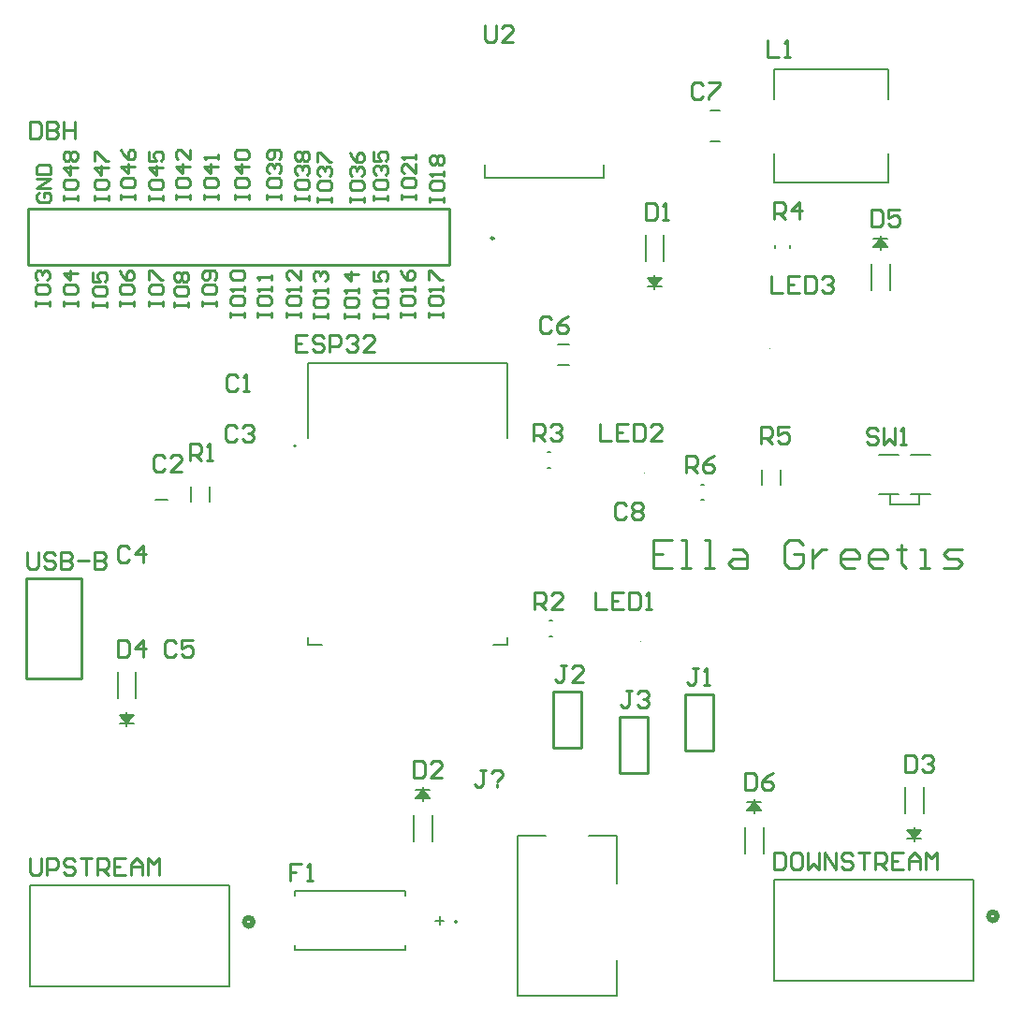
<source format=gbr>
G04*
G04 #@! TF.GenerationSoftware,Altium Limited,Altium Designer,25.3.3 (18)*
G04*
G04 Layer_Color=65535*
%FSLAX44Y44*%
%MOMM*%
G71*
G04*
G04 #@! TF.SameCoordinates,28098AB9-3807-4A49-8781-5BF9FE85299D*
G04*
G04*
G04 #@! TF.FilePolarity,Positive*
G04*
G01*
G75*
%ADD10C,0.5080*%
%ADD11C,0.2000*%
%ADD12C,0.2500*%
%ADD13C,0.1000*%
%ADD14C,0.1524*%
%ADD15C,0.2540*%
%ADD16C,0.1270*%
D10*
X213360Y69850D02*
G03*
X213360Y69850I-3810J0D01*
G01*
X886460Y74930D02*
G03*
X886460Y74930I-3810J0D01*
G01*
D11*
X397850Y69850D02*
G03*
X397850Y69850I-1000J0D01*
G01*
X252190Y500380D02*
G03*
X252190Y500380I-1000J0D01*
G01*
X125310Y452120D02*
X136310D01*
X788100Y738440D02*
Y765440D01*
X685100Y738440D02*
Y765440D01*
X788100Y814440D02*
Y841440D01*
X685100Y814440D02*
Y841440D01*
Y738440D02*
X788100D01*
X685100Y841440D02*
X788100D01*
X423500Y742840D02*
Y754840D01*
Y742840D02*
X530500D01*
Y754840D01*
X815640Y447260D02*
Y457260D01*
X789640Y447260D02*
X815640D01*
X789640D02*
Y457260D01*
X779140Y492260D02*
X797140D01*
X808140D02*
X826140D01*
X808140Y457260D02*
X826140D01*
X779140D02*
X797140D01*
D12*
X431150Y688340D02*
G03*
X431150Y688340I-1250J0D01*
G01*
D13*
X680900Y588800D02*
G03*
X680900Y588800I-500J0D01*
G01*
X564060Y323530D02*
G03*
X564060Y323530I-500J0D01*
G01*
X567870Y475930D02*
G03*
X567870Y475930I-500J0D01*
G01*
D14*
X251079Y44704D02*
Y48743D01*
X378587Y71120D02*
X386207D01*
X382397Y67310D02*
Y74930D01*
X251079Y97536D02*
X350901D01*
X251079Y93497D02*
Y97536D01*
Y44704D02*
X350901D01*
Y48743D01*
Y93497D02*
Y97536D01*
X666750Y168148D02*
Y180848D01*
X660400Y178308D02*
X673100D01*
X666750D02*
X673100Y170688D01*
X666750Y178308D02*
X671830Y170688D01*
X666750Y178308D02*
X670560Y170688D01*
X666750Y178308D02*
X669290Y170688D01*
X666750Y178308D02*
X668020Y170688D01*
X660400D02*
X666750Y178308D01*
X661670Y170688D02*
X666750Y178308D01*
X662940Y170688D02*
X666750Y178308D01*
X664210Y170688D02*
X666750Y178308D01*
X665480Y170688D02*
X666750Y178308D01*
X660400Y170688D02*
X673100D01*
X658495Y131699D02*
Y155321D01*
X675005Y131699D02*
Y155321D01*
X781050Y678243D02*
Y690944D01*
X774700Y688403D02*
X787400D01*
X781050D02*
X787400Y680783D01*
X781050Y688403D02*
X786130Y680783D01*
X781050Y688403D02*
X784860Y680783D01*
X781050Y688403D02*
X783590Y680783D01*
X781050Y688403D02*
X782320Y680783D01*
X774700D02*
X781050Y688403D01*
X775970Y680783D02*
X781050Y688403D01*
X777240Y680783D02*
X781050Y688403D01*
X778510Y680783D02*
X781050Y688403D01*
X779780Y680783D02*
X781050Y688403D01*
X774700Y680783D02*
X787400D01*
X772795Y641795D02*
Y665416D01*
X789305Y641795D02*
Y665416D01*
X99060Y247142D02*
Y259842D01*
X92710Y249682D02*
X105410D01*
X92710Y257302D02*
X99060Y249682D01*
X93980Y257302D02*
X99060Y249682D01*
X95250Y257302D02*
X99060Y249682D01*
X96520Y257302D02*
X99060Y249682D01*
X97790Y257302D02*
X99060Y249682D01*
X105410Y257302D01*
X99060Y249682D02*
X104140Y257302D01*
X99060Y249682D02*
X102870Y257302D01*
X99060Y249682D02*
X101600Y257302D01*
X99060Y249682D02*
X100330Y257302D01*
X92710D02*
X105410D01*
X107315Y272669D02*
Y296291D01*
X90805Y272669D02*
Y296291D01*
X811530Y143002D02*
Y155702D01*
X805180Y145542D02*
X817880D01*
X805180Y153162D02*
X811530Y145542D01*
X806450Y153162D02*
X811530Y145542D01*
X807720Y153162D02*
X811530Y145542D01*
X808990Y153162D02*
X811530Y145542D01*
X810260Y153162D02*
X811530Y145542D01*
X817880Y153162D01*
X811530Y145542D02*
X816610Y153162D01*
X811530Y145542D02*
X815340Y153162D01*
X811530Y145542D02*
X814070Y153162D01*
X811530Y145542D02*
X812800Y153162D01*
X805180D02*
X817880D01*
X819785Y168529D02*
Y192151D01*
X803275Y168529D02*
Y192151D01*
X367030Y179578D02*
Y192278D01*
X360680Y189738D02*
X373380D01*
X367030D02*
X373380Y182118D01*
X367030Y189738D02*
X372110Y182118D01*
X367030Y189738D02*
X370840Y182118D01*
X367030Y189738D02*
X369570Y182118D01*
X367030Y189738D02*
X368300Y182118D01*
X360680D02*
X367030Y189738D01*
X361950Y182118D02*
X367030Y189738D01*
X363220Y182118D02*
X367030Y189738D01*
X364490Y182118D02*
X367030Y189738D01*
X365760Y182118D02*
X367030Y189738D01*
X360680Y182118D02*
X373380D01*
X358775Y143129D02*
Y166751D01*
X375285Y143129D02*
Y166751D01*
X576580Y642112D02*
Y654812D01*
X570230Y644652D02*
X582930D01*
X570230Y652272D02*
X576580Y644652D01*
X571500Y652272D02*
X576580Y644652D01*
X572770Y652272D02*
X576580Y644652D01*
X574040Y652272D02*
X576580Y644652D01*
X575310Y652272D02*
X576580Y644652D01*
X582930Y652272D01*
X576580Y644652D02*
X581660Y652272D01*
X576580Y644652D02*
X580390Y652272D01*
X576580Y644652D02*
X579120Y652272D01*
X576580Y644652D02*
X577850Y652272D01*
X570230D02*
X582930D01*
X584835Y667639D02*
Y691261D01*
X568325Y667639D02*
Y691261D01*
X191770Y11430D02*
Y102870D01*
X11430Y11430D02*
X191770D01*
X11430D02*
Y102870D01*
X191770D01*
X864870Y16510D02*
Y107950D01*
X684530Y16510D02*
X864870D01*
X684530D02*
Y107950D01*
X864870D01*
D15*
X485140Y227330D02*
X510540D01*
X485140Y278130D02*
X510540D01*
X485140Y227330D02*
Y278130D01*
X510540Y227330D02*
Y278130D01*
X391160Y664210D02*
Y715010D01*
X10160Y664210D02*
Y715010D01*
X391160D01*
X10160Y664210D02*
X391160D01*
X7860Y380430D02*
X57860D01*
X7860Y290430D02*
X57860D01*
Y380430D01*
X7860Y290430D02*
Y380430D01*
X604520Y224790D02*
X629920D01*
X604520Y275590D02*
X629920D01*
X604520Y224790D02*
Y275590D01*
X629920Y224790D02*
Y275590D01*
X544830Y204470D02*
X570230D01*
X544830Y255270D02*
X570230D01*
X544830Y204470D02*
Y255270D01*
X570230Y204470D02*
Y255270D01*
X551181Y447038D02*
X548642Y449577D01*
X543563D01*
X541024Y447038D01*
Y436882D01*
X543563Y434342D01*
X548642D01*
X551181Y436882D01*
X556259Y447038D02*
X558798Y449577D01*
X563877D01*
X566416Y447038D01*
Y444499D01*
X563877Y441960D01*
X566416Y439421D01*
Y436882D01*
X563877Y434342D01*
X558798D01*
X556259Y436882D01*
Y439421D01*
X558798Y441960D01*
X556259Y444499D01*
Y447038D01*
X558798Y441960D02*
X563877D01*
X69854Y722630D02*
Y726862D01*
Y724746D01*
X82550D01*
Y722630D01*
Y726862D01*
X69854Y739558D02*
Y735326D01*
X71970Y733210D01*
X80434D01*
X82550Y735326D01*
Y739558D01*
X80434Y741674D01*
X71970D01*
X69854Y739558D01*
X82550Y752254D02*
X69854D01*
X76202Y745906D01*
Y754370D01*
X69854Y758602D02*
Y767066D01*
X71970D01*
X80434Y758602D01*
X82550D01*
X93984Y723900D02*
Y728132D01*
Y726016D01*
X106680D01*
Y723900D01*
Y728132D01*
X93984Y740828D02*
Y736596D01*
X96100Y734480D01*
X104564D01*
X106680Y736596D01*
Y740828D01*
X104564Y742944D01*
X96100D01*
X93984Y740828D01*
X106680Y753524D02*
X93984D01*
X100332Y747176D01*
Y755640D01*
X93984Y768336D02*
X96100Y764104D01*
X100332Y759872D01*
X104564D01*
X106680Y761988D01*
Y766220D01*
X104564Y768336D01*
X102448D01*
X100332Y766220D01*
Y759872D01*
X119384Y722630D02*
Y726862D01*
Y724746D01*
X132080D01*
Y722630D01*
Y726862D01*
X119384Y739558D02*
Y735326D01*
X121500Y733210D01*
X129964D01*
X132080Y735326D01*
Y739558D01*
X129964Y741674D01*
X121500D01*
X119384Y739558D01*
X132080Y752254D02*
X119384D01*
X125732Y745906D01*
Y754370D01*
X119384Y767066D02*
Y758602D01*
X125732D01*
X123616Y762834D01*
Y764950D01*
X125732Y767066D01*
X129964D01*
X132080Y764950D01*
Y760718D01*
X129964Y758602D01*
X143514Y723900D02*
Y728132D01*
Y726016D01*
X156210D01*
Y723900D01*
Y728132D01*
X143514Y740828D02*
Y736596D01*
X145630Y734480D01*
X154094D01*
X156210Y736596D01*
Y740828D01*
X154094Y742944D01*
X145630D01*
X143514Y740828D01*
X156210Y753524D02*
X143514D01*
X149862Y747176D01*
Y755640D01*
X156210Y768336D02*
Y759872D01*
X147746Y768336D01*
X145630D01*
X143514Y766220D01*
Y761988D01*
X145630Y759872D01*
X168914Y723900D02*
Y728132D01*
Y726016D01*
X181610D01*
Y723900D01*
Y728132D01*
X168914Y740828D02*
Y736596D01*
X171030Y734480D01*
X179494D01*
X181610Y736596D01*
Y740828D01*
X179494Y742944D01*
X171030D01*
X168914Y740828D01*
X181610Y753524D02*
X168914D01*
X175262Y747176D01*
Y755640D01*
X181610Y759872D02*
Y764104D01*
Y761988D01*
X168914D01*
X171030Y759872D01*
X196854Y723900D02*
Y728132D01*
Y726016D01*
X209550D01*
Y723900D01*
Y728132D01*
X196854Y740828D02*
Y736596D01*
X198970Y734480D01*
X207434D01*
X209550Y736596D01*
Y740828D01*
X207434Y742944D01*
X198970D01*
X196854Y740828D01*
X209550Y753524D02*
X196854D01*
X203202Y747176D01*
Y755640D01*
X198970Y759872D02*
X196854Y761988D01*
Y766220D01*
X198970Y768336D01*
X207434D01*
X209550Y766220D01*
Y761988D01*
X207434Y759872D01*
X198970D01*
X226064Y723900D02*
Y728132D01*
Y726016D01*
X238760D01*
Y723900D01*
Y728132D01*
X226064Y740828D02*
Y736596D01*
X228180Y734480D01*
X236644D01*
X238760Y736596D01*
Y740828D01*
X236644Y742944D01*
X228180D01*
X226064Y740828D01*
X228180Y747176D02*
X226064Y749292D01*
Y753524D01*
X228180Y755640D01*
X230296D01*
X232412Y753524D01*
Y751408D01*
Y753524D01*
X234528Y755640D01*
X236644D01*
X238760Y753524D01*
Y749292D01*
X236644Y747176D01*
Y759872D02*
X238760Y761988D01*
Y766220D01*
X236644Y768336D01*
X228180D01*
X226064Y766220D01*
Y761988D01*
X228180Y759872D01*
X230296D01*
X232412Y761988D01*
Y768336D01*
X251464Y722630D02*
Y726862D01*
Y724746D01*
X264160D01*
Y722630D01*
Y726862D01*
X251464Y739558D02*
Y735326D01*
X253580Y733210D01*
X262044D01*
X264160Y735326D01*
Y739558D01*
X262044Y741674D01*
X253580D01*
X251464Y739558D01*
X253580Y745906D02*
X251464Y748022D01*
Y752254D01*
X253580Y754370D01*
X255696D01*
X257812Y752254D01*
Y750138D01*
Y752254D01*
X259928Y754370D01*
X262044D01*
X264160Y752254D01*
Y748022D01*
X262044Y745906D01*
X253580Y758602D02*
X251464Y760718D01*
Y764950D01*
X253580Y767066D01*
X255696D01*
X257812Y764950D01*
X259928Y767066D01*
X262044D01*
X264160Y764950D01*
Y760718D01*
X262044Y758602D01*
X259928D01*
X257812Y760718D01*
X255696Y758602D01*
X253580D01*
X257812Y760718D02*
Y764950D01*
X271784Y721360D02*
Y725592D01*
Y723476D01*
X284480D01*
Y721360D01*
Y725592D01*
X271784Y738288D02*
Y734056D01*
X273900Y731940D01*
X282364D01*
X284480Y734056D01*
Y738288D01*
X282364Y740404D01*
X273900D01*
X271784Y738288D01*
X273900Y744636D02*
X271784Y746752D01*
Y750984D01*
X273900Y753100D01*
X276016D01*
X278132Y750984D01*
Y748868D01*
Y750984D01*
X280248Y753100D01*
X282364D01*
X284480Y750984D01*
Y746752D01*
X282364Y744636D01*
X271784Y757332D02*
Y765796D01*
X273900D01*
X282364Y757332D01*
X284480D01*
X300994Y721360D02*
Y725592D01*
Y723476D01*
X313690D01*
Y721360D01*
Y725592D01*
X300994Y738288D02*
Y734056D01*
X303110Y731940D01*
X311574D01*
X313690Y734056D01*
Y738288D01*
X311574Y740404D01*
X303110D01*
X300994Y738288D01*
X303110Y744636D02*
X300994Y746752D01*
Y750984D01*
X303110Y753100D01*
X305226D01*
X307342Y750984D01*
Y748868D01*
Y750984D01*
X309458Y753100D01*
X311574D01*
X313690Y750984D01*
Y746752D01*
X311574Y744636D01*
X300994Y765796D02*
X303110Y761564D01*
X307342Y757332D01*
X311574D01*
X313690Y759448D01*
Y763680D01*
X311574Y765796D01*
X309458D01*
X307342Y763680D01*
Y757332D01*
X322584Y722630D02*
Y726862D01*
Y724746D01*
X335280D01*
Y722630D01*
Y726862D01*
X322584Y739558D02*
Y735326D01*
X324700Y733210D01*
X333164D01*
X335280Y735326D01*
Y739558D01*
X333164Y741674D01*
X324700D01*
X322584Y739558D01*
X324700Y745906D02*
X322584Y748022D01*
Y752254D01*
X324700Y754370D01*
X326816D01*
X328932Y752254D01*
Y750138D01*
Y752254D01*
X331048Y754370D01*
X333164D01*
X335280Y752254D01*
Y748022D01*
X333164Y745906D01*
X322584Y767066D02*
Y758602D01*
X328932D01*
X326816Y762834D01*
Y764950D01*
X328932Y767066D01*
X333164D01*
X335280Y764950D01*
Y760718D01*
X333164Y758602D01*
X347984Y723900D02*
Y728132D01*
Y726016D01*
X360680D01*
Y723900D01*
Y728132D01*
X347984Y740828D02*
Y736596D01*
X350100Y734480D01*
X358564D01*
X360680Y736596D01*
Y740828D01*
X358564Y742944D01*
X350100D01*
X347984Y740828D01*
X360680Y755640D02*
Y747176D01*
X352216Y755640D01*
X350100D01*
X347984Y753524D01*
Y749292D01*
X350100Y747176D01*
X360680Y759872D02*
Y764104D01*
Y761988D01*
X347984D01*
X350100Y759872D01*
X373384Y721360D02*
Y725592D01*
Y723476D01*
X386080D01*
Y721360D01*
Y725592D01*
X373384Y738288D02*
Y734056D01*
X375500Y731940D01*
X383964D01*
X386080Y734056D01*
Y738288D01*
X383964Y740404D01*
X375500D01*
X373384Y738288D01*
X386080Y744636D02*
Y748868D01*
Y746752D01*
X373384D01*
X375500Y744636D01*
Y755216D02*
X373384Y757332D01*
Y761564D01*
X375500Y763680D01*
X377616D01*
X379732Y761564D01*
X381848Y763680D01*
X383964D01*
X386080Y761564D01*
Y757332D01*
X383964Y755216D01*
X381848D01*
X379732Y757332D01*
X377616Y755216D01*
X375500D01*
X379732Y757332D02*
Y761564D01*
X372114Y617220D02*
Y621452D01*
Y619336D01*
X384810D01*
Y617220D01*
Y621452D01*
X372114Y634148D02*
Y629916D01*
X374230Y627800D01*
X382694D01*
X384810Y629916D01*
Y634148D01*
X382694Y636264D01*
X374230D01*
X372114Y634148D01*
X384810Y640496D02*
Y644728D01*
Y642612D01*
X372114D01*
X374230Y640496D01*
X372114Y651076D02*
Y659540D01*
X374230D01*
X382694Y651076D01*
X384810D01*
X346714Y617220D02*
Y621452D01*
Y619336D01*
X359410D01*
Y617220D01*
Y621452D01*
X346714Y634148D02*
Y629916D01*
X348830Y627800D01*
X357294D01*
X359410Y629916D01*
Y634148D01*
X357294Y636264D01*
X348830D01*
X346714Y634148D01*
X359410Y640496D02*
Y644728D01*
Y642612D01*
X346714D01*
X348830Y640496D01*
X346714Y659540D02*
X348830Y655308D01*
X353062Y651076D01*
X357294D01*
X359410Y653192D01*
Y657424D01*
X357294Y659540D01*
X355178D01*
X353062Y657424D01*
Y651076D01*
X322584Y615950D02*
Y620182D01*
Y618066D01*
X335280D01*
Y615950D01*
Y620182D01*
X322584Y632878D02*
Y628646D01*
X324700Y626530D01*
X333164D01*
X335280Y628646D01*
Y632878D01*
X333164Y634994D01*
X324700D01*
X322584Y632878D01*
X335280Y639226D02*
Y643458D01*
Y641342D01*
X322584D01*
X324700Y639226D01*
X322584Y658270D02*
Y649806D01*
X328932D01*
X326816Y654038D01*
Y656154D01*
X328932Y658270D01*
X333164D01*
X335280Y656154D01*
Y651922D01*
X333164Y649806D01*
X295914Y615950D02*
Y620182D01*
Y618066D01*
X308610D01*
Y615950D01*
Y620182D01*
X295914Y632878D02*
Y628646D01*
X298030Y626530D01*
X306494D01*
X308610Y628646D01*
Y632878D01*
X306494Y634994D01*
X298030D01*
X295914Y632878D01*
X308610Y639226D02*
Y643458D01*
Y641342D01*
X295914D01*
X298030Y639226D01*
X308610Y656154D02*
X295914D01*
X302262Y649806D01*
Y658270D01*
X267974Y615950D02*
Y620182D01*
Y618066D01*
X280670D01*
Y615950D01*
Y620182D01*
X267974Y632878D02*
Y628646D01*
X270090Y626530D01*
X278554D01*
X280670Y628646D01*
Y632878D01*
X278554Y634994D01*
X270090D01*
X267974Y632878D01*
X280670Y639226D02*
Y643458D01*
Y641342D01*
X267974D01*
X270090Y639226D01*
Y649806D02*
X267974Y651922D01*
Y656154D01*
X270090Y658270D01*
X272206D01*
X274322Y656154D01*
Y654038D01*
Y656154D01*
X276438Y658270D01*
X278554D01*
X280670Y656154D01*
Y651922D01*
X278554Y649806D01*
X243844Y617220D02*
Y621452D01*
Y619336D01*
X256540D01*
Y617220D01*
Y621452D01*
X243844Y634148D02*
Y629916D01*
X245960Y627800D01*
X254424D01*
X256540Y629916D01*
Y634148D01*
X254424Y636264D01*
X245960D01*
X243844Y634148D01*
X256540Y640496D02*
Y644728D01*
Y642612D01*
X243844D01*
X245960Y640496D01*
X256540Y659540D02*
Y651076D01*
X248076Y659540D01*
X245960D01*
X243844Y657424D01*
Y653192D01*
X245960Y651076D01*
X217174Y617220D02*
Y621452D01*
Y619336D01*
X229870D01*
Y617220D01*
Y621452D01*
X217174Y634148D02*
Y629916D01*
X219290Y627800D01*
X227754D01*
X229870Y629916D01*
Y634148D01*
X227754Y636264D01*
X219290D01*
X217174Y634148D01*
X229870Y640496D02*
Y644728D01*
Y642612D01*
X217174D01*
X219290Y640496D01*
X229870Y651076D02*
Y655308D01*
Y653192D01*
X217174D01*
X219290Y651076D01*
X193044Y617220D02*
Y621452D01*
Y619336D01*
X205740D01*
Y617220D01*
Y621452D01*
X193044Y634148D02*
Y629916D01*
X195160Y627800D01*
X203624D01*
X205740Y629916D01*
Y634148D01*
X203624Y636264D01*
X195160D01*
X193044Y634148D01*
X205740Y640496D02*
Y644728D01*
Y642612D01*
X193044D01*
X195160Y640496D01*
Y651076D02*
X193044Y653192D01*
Y657424D01*
X195160Y659540D01*
X203624D01*
X205740Y657424D01*
Y653192D01*
X203624Y651076D01*
X195160D01*
X167644Y627380D02*
Y631612D01*
Y629496D01*
X180340D01*
Y627380D01*
Y631612D01*
X167644Y644308D02*
Y640076D01*
X169760Y637960D01*
X178224D01*
X180340Y640076D01*
Y644308D01*
X178224Y646424D01*
X169760D01*
X167644Y644308D01*
X178224Y650656D02*
X180340Y652772D01*
Y657004D01*
X178224Y659120D01*
X169760D01*
X167644Y657004D01*
Y652772D01*
X169760Y650656D01*
X171876D01*
X173992Y652772D01*
Y659120D01*
X142244Y626110D02*
Y630342D01*
Y628226D01*
X154940D01*
Y626110D01*
Y630342D01*
X142244Y643038D02*
Y638806D01*
X144360Y636690D01*
X152824D01*
X154940Y638806D01*
Y643038D01*
X152824Y645154D01*
X144360D01*
X142244Y643038D01*
X144360Y649386D02*
X142244Y651502D01*
Y655734D01*
X144360Y657850D01*
X146476D01*
X148592Y655734D01*
X150708Y657850D01*
X152824D01*
X154940Y655734D01*
Y651502D01*
X152824Y649386D01*
X150708D01*
X148592Y651502D01*
X146476Y649386D01*
X144360D01*
X148592Y651502D02*
Y655734D01*
X119384Y627380D02*
Y631612D01*
Y629496D01*
X132080D01*
Y627380D01*
Y631612D01*
X119384Y644308D02*
Y640076D01*
X121500Y637960D01*
X129964D01*
X132080Y640076D01*
Y644308D01*
X129964Y646424D01*
X121500D01*
X119384Y644308D01*
Y650656D02*
Y659120D01*
X121500D01*
X129964Y650656D01*
X132080D01*
X92714Y627380D02*
Y631612D01*
Y629496D01*
X105410D01*
Y627380D01*
Y631612D01*
X92714Y644308D02*
Y640076D01*
X94830Y637960D01*
X103294D01*
X105410Y640076D01*
Y644308D01*
X103294Y646424D01*
X94830D01*
X92714Y644308D01*
Y659120D02*
X94830Y654888D01*
X99062Y650656D01*
X103294D01*
X105410Y652772D01*
Y657004D01*
X103294Y659120D01*
X101178D01*
X99062Y657004D01*
Y650656D01*
X68584Y626110D02*
Y630342D01*
Y628226D01*
X81280D01*
Y626110D01*
Y630342D01*
X68584Y643038D02*
Y638806D01*
X70700Y636690D01*
X79164D01*
X81280Y638806D01*
Y643038D01*
X79164Y645154D01*
X70700D01*
X68584Y643038D01*
Y657850D02*
Y649386D01*
X74932D01*
X72816Y653618D01*
Y655734D01*
X74932Y657850D01*
X79164D01*
X81280Y655734D01*
Y651502D01*
X79164Y649386D01*
X41914Y627380D02*
Y631612D01*
Y629496D01*
X54610D01*
Y627380D01*
Y631612D01*
X41914Y644308D02*
Y640076D01*
X44030Y637960D01*
X52494D01*
X54610Y640076D01*
Y644308D01*
X52494Y646424D01*
X44030D01*
X41914Y644308D01*
X54610Y657004D02*
X41914D01*
X48262Y650656D01*
Y659120D01*
X16514Y627380D02*
Y631612D01*
Y629496D01*
X29210D01*
Y627380D01*
Y631612D01*
X16514Y644308D02*
Y640076D01*
X18630Y637960D01*
X27094D01*
X29210Y640076D01*
Y644308D01*
X27094Y646424D01*
X18630D01*
X16514Y644308D01*
X18630Y650656D02*
X16514Y652772D01*
Y657004D01*
X18630Y659120D01*
X20746D01*
X22862Y657004D01*
Y654888D01*
Y657004D01*
X24978Y659120D01*
X27094D01*
X29210Y657004D01*
Y652772D01*
X27094Y650656D01*
X41914Y722630D02*
Y726862D01*
Y724746D01*
X54610D01*
Y722630D01*
Y726862D01*
X41914Y739558D02*
Y735326D01*
X44030Y733210D01*
X52494D01*
X54610Y735326D01*
Y739558D01*
X52494Y741674D01*
X44030D01*
X41914Y739558D01*
X54610Y752254D02*
X41914D01*
X48262Y745906D01*
Y754370D01*
X44030Y758602D02*
X41914Y760718D01*
Y764950D01*
X44030Y767066D01*
X46146D01*
X48262Y764950D01*
X50378Y767066D01*
X52494D01*
X54610Y764950D01*
Y760718D01*
X52494Y758602D01*
X50378D01*
X48262Y760718D01*
X46146Y758602D01*
X44030D01*
X48262Y760718D02*
Y764950D01*
X19900Y729824D02*
X17784Y727708D01*
Y723476D01*
X19900Y721360D01*
X28364D01*
X30480Y723476D01*
Y727708D01*
X28364Y729824D01*
X24132D01*
Y725592D01*
X30480Y734056D02*
X17784D01*
X30480Y742520D01*
X17784D01*
Y746752D02*
X30480D01*
Y753100D01*
X28364Y755216D01*
X19900D01*
X17784Y753100D01*
Y746752D01*
X592238Y415282D02*
X575310D01*
Y389890D01*
X592238D01*
X575310Y402586D02*
X583774D01*
X600702Y389890D02*
X609166D01*
X604934D01*
Y415282D01*
X600702D01*
X621862Y389890D02*
X630326D01*
X626094D01*
Y415282D01*
X621862D01*
X647253Y406818D02*
X655717D01*
X659949Y402586D01*
Y389890D01*
X647253D01*
X643021Y394122D01*
X647253Y398354D01*
X659949D01*
X710733Y411050D02*
X706501Y415282D01*
X698037D01*
X693805Y411050D01*
Y394122D01*
X698037Y389890D01*
X706501D01*
X710733Y394122D01*
Y402586D01*
X702269D01*
X719197Y406818D02*
Y389890D01*
Y398354D01*
X723429Y402586D01*
X727661Y406818D01*
X731893D01*
X757284Y389890D02*
X748821D01*
X744589Y394122D01*
Y402586D01*
X748821Y406818D01*
X757284D01*
X761516Y402586D01*
Y398354D01*
X744589D01*
X782676Y389890D02*
X774212D01*
X769980Y394122D01*
Y402586D01*
X774212Y406818D01*
X782676D01*
X786908Y402586D01*
Y398354D01*
X769980D01*
X799604Y411050D02*
Y406818D01*
X795372D01*
X803836D01*
X799604D01*
Y394122D01*
X803836Y389890D01*
X816532D02*
X824996D01*
X820764D01*
Y406818D01*
X816532D01*
X837692Y389890D02*
X850388D01*
X854620Y394122D01*
X850388Y398354D01*
X841924D01*
X837692Y402586D01*
X841924Y406818D01*
X854620D01*
X496567Y302255D02*
X491488D01*
X494027D01*
Y289559D01*
X491488Y287020D01*
X488949D01*
X486410Y289559D01*
X511802Y287020D02*
X501645D01*
X511802Y297177D01*
Y299716D01*
X509263Y302255D01*
X504184D01*
X501645Y299716D01*
X620011Y827020D02*
X617472Y829559D01*
X612393D01*
X609854Y827020D01*
Y816863D01*
X612393Y814324D01*
X617472D01*
X620011Y816863D01*
X625089Y829559D02*
X635246D01*
Y827020D01*
X625089Y816863D01*
Y814324D01*
X133347Y490216D02*
X130808Y492755D01*
X125729D01*
X123190Y490216D01*
Y480059D01*
X125729Y477520D01*
X130808D01*
X133347Y480059D01*
X148582Y477520D02*
X138425D01*
X148582Y487677D01*
Y490216D01*
X146043Y492755D01*
X140964D01*
X138425Y490216D01*
X482851Y615438D02*
X480312Y617977D01*
X475233D01*
X472694Y615438D01*
Y605281D01*
X475233Y602742D01*
X480312D01*
X482851Y605281D01*
X498086Y617977D02*
X493007Y615438D01*
X487929Y610359D01*
Y605281D01*
X490468Y602742D01*
X495547D01*
X498086Y605281D01*
Y607820D01*
X495547Y610359D01*
X487929D01*
X199641Y562352D02*
X197101Y564891D01*
X192023D01*
X189484Y562352D01*
Y552195D01*
X192023Y549656D01*
X197101D01*
X199641Y552195D01*
X204719Y549656D02*
X209797D01*
X207258D01*
Y564891D01*
X204719Y562352D01*
X679196Y867151D02*
Y851916D01*
X689353D01*
X694431D02*
X699509D01*
X696970D01*
Y867151D01*
X694431Y864612D01*
X143507Y322576D02*
X140968Y325115D01*
X135889D01*
X133350Y322576D01*
Y312419D01*
X135889Y309880D01*
X140968D01*
X143507Y312419D01*
X158742Y325115D02*
X148585D01*
Y317498D01*
X153663Y320037D01*
X156203D01*
X158742Y317498D01*
Y312419D01*
X156203Y309880D01*
X151124D01*
X148585Y312419D01*
X101597Y408174D02*
X99058Y410713D01*
X93979D01*
X91440Y408174D01*
Y398017D01*
X93979Y395478D01*
X99058D01*
X101597Y398017D01*
X114293Y395478D02*
Y410713D01*
X106675Y403096D01*
X116832D01*
X198879Y516886D02*
X196339Y519425D01*
X191261D01*
X188722Y516886D01*
Y506729D01*
X191261Y504190D01*
X196339D01*
X198879Y506729D01*
X203957Y516886D02*
X206496Y519425D01*
X211575D01*
X214114Y516886D01*
Y514347D01*
X211575Y511808D01*
X209035D01*
X211575D01*
X214114Y509268D01*
Y506729D01*
X211575Y504190D01*
X206496D01*
X203957Y506729D01*
X605282Y475996D02*
Y491231D01*
X612900D01*
X615439Y488692D01*
Y483614D01*
X612900Y481074D01*
X605282D01*
X610360D02*
X615439Y475996D01*
X630674Y491231D02*
X625595Y488692D01*
X620517Y483614D01*
Y478535D01*
X623056Y475996D01*
X628135D01*
X630674Y478535D01*
Y481074D01*
X628135Y483614D01*
X620517D01*
X423418Y880867D02*
Y868171D01*
X425957Y865632D01*
X431035D01*
X433575Y868171D01*
Y880867D01*
X448810Y865632D02*
X438653D01*
X448810Y875789D01*
Y878328D01*
X446271Y880867D01*
X441192D01*
X438653Y878328D01*
X9144Y404617D02*
Y391921D01*
X11683Y389382D01*
X16761D01*
X19301Y391921D01*
Y404617D01*
X34536Y402078D02*
X31997Y404617D01*
X26918D01*
X24379Y402078D01*
Y399539D01*
X26918Y397000D01*
X31997D01*
X34536Y394460D01*
Y391921D01*
X31997Y389382D01*
X26918D01*
X24379Y391921D01*
X39614Y404617D02*
Y389382D01*
X47232D01*
X49771Y391921D01*
Y394460D01*
X47232Y397000D01*
X39614D01*
X47232D01*
X49771Y399539D01*
Y402078D01*
X47232Y404617D01*
X39614D01*
X54849Y397000D02*
X65006D01*
X70084Y404617D02*
Y389382D01*
X77702D01*
X80241Y391921D01*
Y394460D01*
X77702Y397000D01*
X70084D01*
X77702D01*
X80241Y399539D01*
Y402078D01*
X77702Y404617D01*
X70084D01*
X803656Y220975D02*
Y205740D01*
X811273D01*
X813813Y208279D01*
Y218436D01*
X811273Y220975D01*
X803656D01*
X818891Y218436D02*
X821430Y220975D01*
X826509D01*
X829048Y218436D01*
Y215897D01*
X826509Y213358D01*
X823969D01*
X826509D01*
X829048Y210818D01*
Y208279D01*
X826509Y205740D01*
X821430D01*
X818891Y208279D01*
X466852Y505206D02*
Y520441D01*
X474469D01*
X477009Y517902D01*
Y512823D01*
X474469Y510284D01*
X466852D01*
X471930D02*
X477009Y505206D01*
X482087Y517902D02*
X484626Y520441D01*
X489705D01*
X492244Y517902D01*
Y515363D01*
X489705Y512823D01*
X487165D01*
X489705D01*
X492244Y510284D01*
Y507745D01*
X489705Y505206D01*
X484626D01*
X482087Y507745D01*
X468122Y352806D02*
Y368041D01*
X475740D01*
X478279Y365502D01*
Y360424D01*
X475740Y357884D01*
X468122D01*
X473200D02*
X478279Y352806D01*
X493514D02*
X483357D01*
X493514Y362963D01*
Y365502D01*
X490975Y368041D01*
X485896D01*
X483357Y365502D01*
X684784Y705866D02*
Y721101D01*
X692402D01*
X694941Y718562D01*
Y713484D01*
X692402Y710944D01*
X684784D01*
X689862D02*
X694941Y705866D01*
X707637D02*
Y721101D01*
X700019Y713484D01*
X710176D01*
X681990Y654299D02*
Y639064D01*
X692147D01*
X707382Y654299D02*
X697225D01*
Y639064D01*
X707382D01*
X697225Y646682D02*
X702303D01*
X712460Y654299D02*
Y639064D01*
X720078D01*
X722617Y641603D01*
Y651760D01*
X720078Y654299D01*
X712460D01*
X727695Y651760D02*
X730234Y654299D01*
X735313D01*
X737852Y651760D01*
Y649221D01*
X735313Y646682D01*
X732774D01*
X735313D01*
X737852Y644142D01*
Y641603D01*
X735313Y639064D01*
X730234D01*
X727695Y641603D01*
X527050Y520187D02*
Y504952D01*
X537207D01*
X552442Y520187D02*
X542285D01*
Y504952D01*
X552442D01*
X542285Y512570D02*
X547363D01*
X557520Y520187D02*
Y504952D01*
X565138D01*
X567677Y507491D01*
Y517648D01*
X565138Y520187D01*
X557520D01*
X582912Y504952D02*
X572755D01*
X582912Y515109D01*
Y517648D01*
X580373Y520187D01*
X575294D01*
X572755Y517648D01*
X523240Y367787D02*
Y352552D01*
X533397D01*
X548632Y367787D02*
X538475D01*
Y352552D01*
X548632D01*
X538475Y360169D02*
X543553D01*
X553710Y367787D02*
Y352552D01*
X561328D01*
X563867Y355091D01*
Y365248D01*
X561328Y367787D01*
X553710D01*
X568945Y352552D02*
X574024D01*
X571484D01*
Y367787D01*
X568945Y365248D01*
X615947Y299715D02*
X610868D01*
X613408D01*
Y287019D01*
X610868Y284480D01*
X608329D01*
X605790Y287019D01*
X621025Y284480D02*
X626103D01*
X623564D01*
Y299715D01*
X621025Y297176D01*
X556257Y279395D02*
X551178D01*
X553717D01*
Y266699D01*
X551178Y264160D01*
X548639D01*
X546100Y266699D01*
X561335Y276856D02*
X563874Y279395D01*
X568953D01*
X571492Y276856D01*
Y274317D01*
X568953Y271777D01*
X566413D01*
X568953D01*
X571492Y269238D01*
Y266699D01*
X568953Y264160D01*
X563874D01*
X561335Y266699D01*
X11430Y793745D02*
Y778510D01*
X19047D01*
X21587Y781049D01*
Y791206D01*
X19047Y793745D01*
X11430D01*
X26665D02*
Y778510D01*
X34283D01*
X36822Y781049D01*
Y783588D01*
X34283Y786127D01*
X26665D01*
X34283D01*
X36822Y788667D01*
Y791206D01*
X34283Y793745D01*
X26665D01*
X41900D02*
Y778510D01*
Y786127D01*
X52057D01*
Y793745D01*
Y778510D01*
X773176Y714497D02*
Y699262D01*
X780794D01*
X783333Y701801D01*
Y711958D01*
X780794Y714497D01*
X773176D01*
X798568D02*
X788411D01*
Y706880D01*
X793489Y709419D01*
X796029D01*
X798568Y706880D01*
Y701801D01*
X796029Y699262D01*
X790950D01*
X788411Y701801D01*
X359156Y215895D02*
Y200660D01*
X366773D01*
X369313Y203199D01*
Y213356D01*
X366773Y215895D01*
X359156D01*
X384548Y200660D02*
X374391D01*
X384548Y210817D01*
Y213356D01*
X382009Y215895D01*
X376930D01*
X374391Y213356D01*
X568960Y720085D02*
Y704850D01*
X576577D01*
X579117Y707389D01*
Y717546D01*
X576577Y720085D01*
X568960D01*
X584195Y704850D02*
X589273D01*
X586734D01*
Y720085D01*
X584195Y717546D01*
X91440Y325115D02*
Y309880D01*
X99058D01*
X101597Y312419D01*
Y322576D01*
X99058Y325115D01*
X91440D01*
X114293Y309880D02*
Y325115D01*
X106675Y317498D01*
X116832D01*
X658876Y204465D02*
Y189230D01*
X666494D01*
X669033Y191769D01*
Y201926D01*
X666494Y204465D01*
X658876D01*
X684268D02*
X679189Y201926D01*
X674111Y196847D01*
Y191769D01*
X676650Y189230D01*
X681729D01*
X684268Y191769D01*
Y194308D01*
X681729Y196847D01*
X674111D01*
X11938Y127757D02*
Y115061D01*
X14477Y112522D01*
X19555D01*
X22095Y115061D01*
Y127757D01*
X27173Y112522D02*
Y127757D01*
X34791D01*
X37330Y125218D01*
Y120140D01*
X34791Y117600D01*
X27173D01*
X52565Y125218D02*
X50026Y127757D01*
X44947D01*
X42408Y125218D01*
Y122679D01*
X44947Y120140D01*
X50026D01*
X52565Y117600D01*
Y115061D01*
X50026Y112522D01*
X44947D01*
X42408Y115061D01*
X57643Y127757D02*
X67800D01*
X62722D01*
Y112522D01*
X72878D02*
Y127757D01*
X80496D01*
X83035Y125218D01*
Y120140D01*
X80496Y117600D01*
X72878D01*
X77957D02*
X83035Y112522D01*
X98270Y127757D02*
X88113D01*
Y112522D01*
X98270D01*
X88113Y120140D02*
X93192D01*
X103348Y112522D02*
Y122679D01*
X108427Y127757D01*
X113505Y122679D01*
Y112522D01*
Y120140D01*
X103348D01*
X118583Y112522D02*
Y127757D01*
X123662Y122679D01*
X128740Y127757D01*
Y112522D01*
X673100Y502412D02*
Y517647D01*
X680717D01*
X683257Y515108D01*
Y510029D01*
X680717Y507490D01*
X673100D01*
X678178D02*
X683257Y502412D01*
X698492Y517647D02*
X688335D01*
Y510029D01*
X693413Y512569D01*
X695953D01*
X698492Y510029D01*
Y504951D01*
X695953Y502412D01*
X690874D01*
X688335Y504951D01*
X424181Y207008D02*
X419103D01*
X421642D01*
Y194312D01*
X419103Y191772D01*
X416563D01*
X414024Y194312D01*
X429259Y204468D02*
X431798Y207008D01*
X436877D01*
X439416Y204468D01*
Y201929D01*
X434338Y196851D01*
Y194312D02*
Y191772D01*
X685038Y132837D02*
Y117602D01*
X692655D01*
X695195Y120141D01*
Y130298D01*
X692655Y132837D01*
X685038D01*
X707891D02*
X702812D01*
X700273Y130298D01*
Y120141D01*
X702812Y117602D01*
X707891D01*
X710430Y120141D01*
Y130298D01*
X707891Y132837D01*
X715508D02*
Y117602D01*
X720586Y122680D01*
X725665Y117602D01*
Y132837D01*
X730743Y117602D02*
Y132837D01*
X740900Y117602D01*
Y132837D01*
X756135Y130298D02*
X753596Y132837D01*
X748518D01*
X745978Y130298D01*
Y127759D01*
X748518Y125219D01*
X753596D01*
X756135Y122680D01*
Y120141D01*
X753596Y117602D01*
X748518D01*
X745978Y120141D01*
X761213Y132837D02*
X771370D01*
X766292D01*
Y117602D01*
X776448D02*
Y132837D01*
X784066D01*
X786605Y130298D01*
Y125219D01*
X784066Y122680D01*
X776448D01*
X781527D02*
X786605Y117602D01*
X801840Y132837D02*
X791684D01*
Y117602D01*
X801840D01*
X791684Y125219D02*
X796762D01*
X806919Y117602D02*
Y127759D01*
X811997Y132837D01*
X817075Y127759D01*
Y117602D01*
Y125219D01*
X806919D01*
X822154Y117602D02*
Y132837D01*
X827232Y127759D01*
X832310Y132837D01*
Y117602D01*
X779015Y514854D02*
X776476Y517393D01*
X771397D01*
X768858Y514854D01*
Y512315D01*
X771397Y509776D01*
X776476D01*
X779015Y507236D01*
Y504697D01*
X776476Y502158D01*
X771397D01*
X768858Y504697D01*
X784093Y517393D02*
Y502158D01*
X789171Y507236D01*
X794250Y502158D01*
Y517393D01*
X799328Y502158D02*
X804407D01*
X801867D01*
Y517393D01*
X799328Y514854D01*
X156718Y487172D02*
Y502407D01*
X164335D01*
X166875Y499868D01*
Y494790D01*
X164335Y492250D01*
X156718D01*
X161796D02*
X166875Y487172D01*
X171953D02*
X177031D01*
X174492D01*
Y502407D01*
X171953Y499868D01*
X257299Y122423D02*
X247142D01*
Y114805D01*
X252220D01*
X247142D01*
Y107188D01*
X262377D02*
X267455D01*
X264916D01*
Y122423D01*
X262377Y119884D01*
X261871Y600959D02*
X251714D01*
Y585724D01*
X261871D01*
X251714Y593341D02*
X256792D01*
X277106Y598420D02*
X274567Y600959D01*
X269488D01*
X266949Y598420D01*
Y595881D01*
X269488Y593341D01*
X274567D01*
X277106Y590802D01*
Y588263D01*
X274567Y585724D01*
X269488D01*
X266949Y588263D01*
X282184Y585724D02*
Y600959D01*
X289802D01*
X292341Y598420D01*
Y593341D01*
X289802Y590802D01*
X282184D01*
X297419Y598420D02*
X299958Y600959D01*
X305037D01*
X307576Y598420D01*
Y595881D01*
X305037Y593341D01*
X302498D01*
X305037D01*
X307576Y590802D01*
Y588263D01*
X305037Y585724D01*
X299958D01*
X297419Y588263D01*
X322811Y585724D02*
X312654D01*
X322811Y595881D01*
Y598420D01*
X320272Y600959D01*
X315194D01*
X312654Y598420D01*
D16*
X452800Y2850D02*
Y147950D01*
Y2850D02*
X542800D01*
Y34900D01*
Y104800D02*
Y147950D01*
X517500D02*
X542800D01*
X452800D02*
X478100D01*
X690490Y465740D02*
Y479140D01*
X673490Y465740D02*
Y479140D01*
X626990Y803940D02*
X635390D01*
X626990Y775940D02*
X635390D01*
X489130Y592430D02*
X498930D01*
X489130Y573430D02*
X498930D01*
X263190Y575280D02*
X443190D01*
Y508080D02*
Y575280D01*
X263190Y508080D02*
Y575280D01*
Y320280D02*
Y327580D01*
Y320280D02*
X275640D01*
X443190D02*
Y327580D01*
X430740Y320280D02*
X443190D01*
X618560Y451470D02*
X620960D01*
X618560Y465470D02*
X620960D01*
X685150Y679980D02*
Y682380D01*
X699150Y679980D02*
Y682380D01*
X481400Y342280D02*
X483800D01*
X481400Y328280D02*
X483800D01*
X480130Y494680D02*
X482530D01*
X480130Y480680D02*
X482530D01*
X157040Y450500D02*
Y463900D01*
X174040Y450500D02*
Y463900D01*
M02*

</source>
